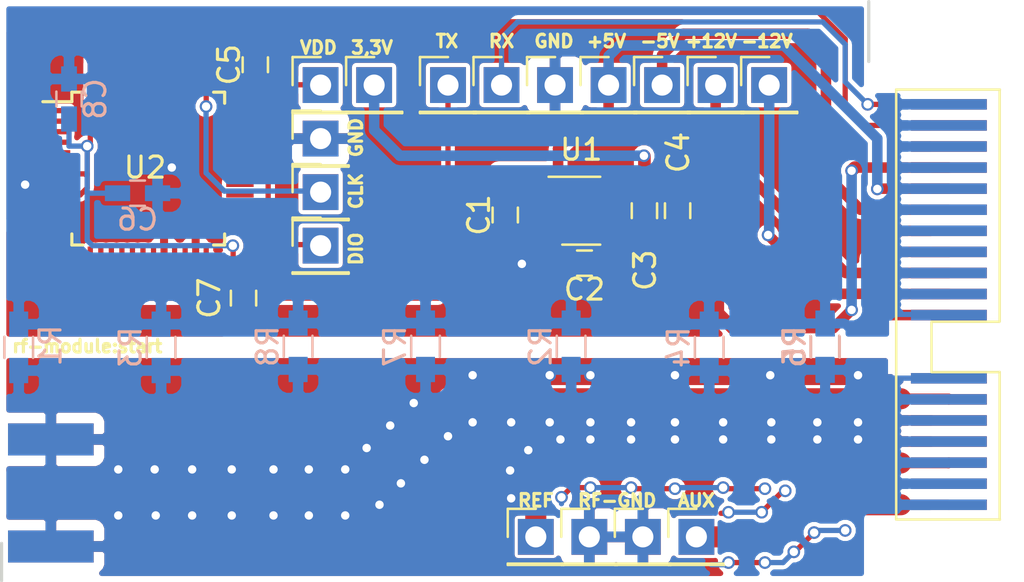
<source format=kicad_pcb>
(kicad_pcb (version 4) (host pcbnew 4.0.7)
  (layers (0 F.Cu signal) (31 B.Cu signal) (34 B.Paste user) (35 F.Paste user) (36 B.SilkS user) (37 F.SilkS user) (38 B.Mask user) (39 F.Mask user) (44 Edge.Cuts user))
  (net 0 "")
  (net 1 GND)
  (net 2 /+5V)
  (net 3 "Net-(C2-Pad1)")
  (net 4 "Net-(U2-Pad1)")
  (net 5 "Net-(U2-Pad2)")
  (net 6 "Net-(U2-Pad3)")
  (net 7 "Net-(U2-Pad4)")
  (net 8 "Net-(U2-Pad5)")
  (net 9 /-5V)
  (net 10 /+12V)
  (net 11 /-12V)
  (net 12 /RX-PC)
  (net 13 /TX-PC)
  (net 14 /REF)
  (net 15 /AUX)
  (net 16 /3,3V)
  (net 17 /RF-GND)
  (net 18 /RF-SIGNAL)
  (net 19 /VDD)
  (net 20 "Net-(J16-PadB2)")
  (net 21 "Net-(U2-Pad6)")
  (net 22 "Net-(U2-Pad10)")
  (net 23 "Net-(U2-Pad11)")
  (net 24 "Net-(U2-Pad14)")
  (net 25 "Net-(U2-Pad15)")
  (net 26 "Net-(U2-Pad16)")
  (net 27 "Net-(U2-Pad17)")
  (net 28 "Net-(U2-Pad18)")
  (net 29 "Net-(U2-Pad19)")
  (net 30 "Net-(U2-Pad21)")
  (net 31 "Net-(U2-Pad22)")
  (net 32 "Net-(U2-Pad25)")
  (net 33 "Net-(U2-Pad26)")
  (net 34 "Net-(U2-Pad27)")
  (net 35 "Net-(U2-Pad28)")
  (net 36 "Net-(U2-Pad29)")
  (net 37 "Net-(U2-Pad32)")
  (net 38 "Net-(U2-Pad33)")
  (net 39 "Net-(U2-Pad38)")
  (net 40 "Net-(U2-Pad39)")
  (net 41 "Net-(U2-Pad40)")
  (net 42 "Net-(U2-Pad41)")
  (net 43 "Net-(U2-Pad42)")
  (net 44 "Net-(U2-Pad43)")
  (net 45 "Net-(U2-Pad45)")
  (net 46 "Net-(U2-Pad46)")
  (net 47 /SWDIO)
  (net 48 /SWCLK)
  (net 49 "Net-(U2-Pad30)")
  (net 50 "Net-(U2-Pad31)")
  (module uC:LQFP-48_7x7mm_Pitch0.5mm (layer F.Cu) (at 93.3196 157.48)
    (fp_text reference U2 (at -0.1524 -0.0508) (layer F.SilkS))
    (fp_text value STM32-48PIN)
    (pad 1 smd rect (at -4.35 -2.75) (size 1.3 0.25) (layers F.Cu F.Paste F.Mask) (net 4 "Net-(U2-Pad1)"))
    (pad 2 smd rect (at -4.35 -2.25) (size 1.3 0.25) (layers F.Cu F.Paste F.Mask) (net 5 "Net-(U2-Pad2)"))
    (pad 3 smd rect (at -4.35 -1.75) (size 1.3 0.25) (layers F.Cu F.Paste F.Mask) (net 6 "Net-(U2-Pad3)"))
    (pad 4 smd rect (at -4.35 -1.25) (size 1.3 0.25) (layers F.Cu F.Paste F.Mask) (net 7 "Net-(U2-Pad4)"))
    (pad 5 smd rect (at -4.35 -0.75) (size 1.3 0.25) (layers F.Cu F.Paste F.Mask) (net 8 "Net-(U2-Pad5)"))
    (pad 6 smd rect (at -4.35 -0.25) (size 1.3 0.25) (layers F.Cu F.Paste F.Mask) (net 21 "Net-(U2-Pad6)"))
    (pad 7 smd rect (at -4.35 0.25) (size 1.3 0.25) (layers F.Cu F.Paste F.Mask) (net 19 /VDD))
    (pad 8 smd rect (at -4.35 0.75) (size 1.3 0.25) (layers F.Cu F.Paste F.Mask) (net 1 GND))
    (pad 9 smd rect (at -4.35 1.25) (size 1.3 0.25) (layers F.Cu F.Paste F.Mask) (net 19 /VDD))
    (pad 10 smd rect (at -4.35 1.75) (size 1.3 0.25) (layers F.Cu F.Paste F.Mask) (net 22 "Net-(U2-Pad10)"))
    (pad 11 smd rect (at -4.35 2.25) (size 1.3 0.25) (layers F.Cu F.Paste F.Mask) (net 23 "Net-(U2-Pad11)"))
    (pad 12 smd rect (at -4.35 2.75) (size 1.3 0.25) (layers F.Cu F.Paste F.Mask) (net 20 "Net-(J16-PadB2)"))
    (pad 13 smd rect (at -2.75 4.35 90) (size 1.3 0.25) (layers F.Cu F.Paste F.Mask) (net 13 /TX-PC))
    (pad 14 smd rect (at -2.25 4.35 90) (size 1.3 0.25) (layers F.Cu F.Paste F.Mask) (net 24 "Net-(U2-Pad14)"))
    (pad 15 smd rect (at -1.75 4.35 90) (size 1.3 0.25) (layers F.Cu F.Paste F.Mask) (net 25 "Net-(U2-Pad15)"))
    (pad 16 smd rect (at -1.25 4.35 90) (size 1.3 0.25) (layers F.Cu F.Paste F.Mask) (net 26 "Net-(U2-Pad16)"))
    (pad 17 smd rect (at -0.75 4.35 90) (size 1.3 0.25) (layers F.Cu F.Paste F.Mask) (net 27 "Net-(U2-Pad17)"))
    (pad 18 smd rect (at -0.25 4.35 90) (size 1.3 0.25) (layers F.Cu F.Paste F.Mask) (net 28 "Net-(U2-Pad18)"))
    (pad 19 smd rect (at 0.25 4.35 90) (size 1.3 0.25) (layers F.Cu F.Paste F.Mask) (net 29 "Net-(U2-Pad19)"))
    (pad 20 smd rect (at 0.75 4.35 90) (size 1.3 0.25) (layers F.Cu F.Paste F.Mask) (net 1 GND))
    (pad 21 smd rect (at 1.25 4.35 90) (size 1.3 0.25) (layers F.Cu F.Paste F.Mask) (net 30 "Net-(U2-Pad21)"))
    (pad 22 smd rect (at 1.75 4.35 90) (size 1.3 0.25) (layers F.Cu F.Paste F.Mask) (net 31 "Net-(U2-Pad22)"))
    (pad 23 smd rect (at 2.25 4.35 90) (size 1.3 0.25) (layers F.Cu F.Paste F.Mask) (net 1 GND))
    (pad 24 smd rect (at 2.75 4.35 90) (size 1.3 0.25) (layers F.Cu F.Paste F.Mask) (net 19 /VDD))
    (pad 25 smd rect (at 4.35 2.75) (size 1.3 0.25) (layers F.Cu F.Paste F.Mask) (net 32 "Net-(U2-Pad25)"))
    (pad 26 smd rect (at 4.35 2.25) (size 1.3 0.25) (layers F.Cu F.Paste F.Mask) (net 33 "Net-(U2-Pad26)"))
    (pad 27 smd rect (at 4.35 1.75) (size 1.3 0.25) (layers F.Cu F.Paste F.Mask) (net 34 "Net-(U2-Pad27)"))
    (pad 28 smd rect (at 4.35 1.25) (size 1.3 0.25) (layers F.Cu F.Paste F.Mask) (net 35 "Net-(U2-Pad28)"))
    (pad 29 smd rect (at 4.35 0.75) (size 1.3 0.25) (layers F.Cu F.Paste F.Mask) (net 36 "Net-(U2-Pad29)"))
    (pad 30 smd rect (at 4.35 0.25) (size 1.3 0.25) (layers F.Cu F.Paste F.Mask) (net 49 "Net-(U2-Pad30)"))
    (pad 31 smd rect (at 4.35 -0.25) (size 1.3 0.25) (layers F.Cu F.Paste F.Mask) (net 50 "Net-(U2-Pad31)"))
    (pad 32 smd rect (at 4.35 -0.75) (size 1.3 0.25) (layers F.Cu F.Paste F.Mask) (net 37 "Net-(U2-Pad32)"))
    (pad 33 smd rect (at 4.35 -1.25) (size 1.3 0.25) (layers F.Cu F.Paste F.Mask) (net 38 "Net-(U2-Pad33)"))
    (pad 34 smd rect (at 4.35 -1.75) (size 1.3 0.25) (layers F.Cu F.Paste F.Mask) (net 47 /SWDIO))
    (pad 35 smd rect (at 4.35 -2.25) (size 1.3 0.25) (layers F.Cu F.Paste F.Mask) (net 1 GND))
    (pad 36 smd rect (at 4.35 -2.75) (size 1.3 0.25) (layers F.Cu F.Paste F.Mask) (net 19 /VDD))
    (pad 37 smd rect (at 2.75 -4.35 90) (size 1.3 0.25) (layers F.Cu F.Paste F.Mask) (net 48 /SWCLK))
    (pad 38 smd rect (at 2.25 -4.35 90) (size 1.3 0.25) (layers F.Cu F.Paste F.Mask) (net 39 "Net-(U2-Pad38)"))
    (pad 39 smd rect (at 1.75 -4.35 90) (size 1.3 0.25) (layers F.Cu F.Paste F.Mask) (net 40 "Net-(U2-Pad39)"))
    (pad 40 smd rect (at 1.25 -4.35 90) (size 1.3 0.25) (layers F.Cu F.Paste F.Mask) (net 41 "Net-(U2-Pad40)"))
    (pad 41 smd rect (at 0.75 -4.35 90) (size 1.3 0.25) (layers F.Cu F.Paste F.Mask) (net 42 "Net-(U2-Pad41)"))
    (pad 42 smd rect (at 0.25 -4.35 90) (size 1.3 0.25) (layers F.Cu F.Paste F.Mask) (net 43 "Net-(U2-Pad42)"))
    (pad 43 smd rect (at -0.25 -4.35 90) (size 1.3 0.25) (layers F.Cu F.Paste F.Mask) (net 44 "Net-(U2-Pad43)"))
    (pad 44 smd rect (at -0.75 -4.35 90) (size 1.3 0.25) (layers F.Cu F.Paste F.Mask) (net 1 GND))
    (pad 45 smd rect (at -1.25 -4.35 90) (size 1.3 0.25) (layers F.Cu F.Paste F.Mask) (net 45 "Net-(U2-Pad45)"))
    (pad 46 smd rect (at -1.75 -4.35 90) (size 1.3 0.25) (layers F.Cu F.Paste F.Mask) (net 46 "Net-(U2-Pad46)"))
    (pad 47 smd rect (at -2.25 -4.35 90) (size 1.3 0.25) (layers F.Cu F.Paste F.Mask) (net 1 GND))
    (pad 48 smd rect (at -2.75 -4.35 90) (size 1.3 0.25) (layers F.Cu F.Paste F.Mask) (net 19 /VDD))
  )
  (module Pin_Headers:Pin_Header_Straight_1x01_Pitch2.54mm (layer F.Cu) (at 101.4984 158.5976)
    (fp_text reference J11 hide)
    (fp_text value Conn_01x01)
    (pad 1 thru_hole rect (at 0 0) (size 1.7 1.7) (drill 1) (layers *.Cu *.Mask) (net 48 /SWCLK))
  )
  (module Pin_Headers:Pin_Header_Straight_1x01_Pitch2.54mm (layer F.Cu) (at 120.2436 153.5176)
    (fp_text reference J3 hide)
    (fp_text value Conn_01x01)
    (pad 1 thru_hole rect (at 0 0) (size 1.7 1.7) (drill 1) (layers *.Cu *.Mask) (net 10 /+12V))
  )
  (module Connector_PCIx1:PCI-EXPRESS-SLOT (layer F.Cu) (at 130.81 173.99 90)
    (fp_text reference J16 hide)
    (fp_text value PCIx136p)
    (pad B1 connect rect (at 19.558 0.5 90) (size 0.5 3.6) (layers F.Cu F.Mask) (net 12 /RX-PC))
    (pad B2 connect rect (at 18.558 0.5 90) (size 0.5 3.6) (layers F.Cu F.Mask) (net 20 "Net-(J16-PadB2)"))
    (pad B3 connect rect (at 17.558 0.5 90) (size 0.5 3.6) (layers F.Cu F.Mask) (net 1 GND))
    (pad B4 connect rect (at 16.558 0.5 90) (size 0.5 3.6) (layers F.Cu F.Mask) (net 16 /3,3V))
    (pad B5 connect rect (at 15.558 0.5 90) (size 0.5 3.6) (layers F.Cu F.Mask) (net 2 /+5V))
    (pad B6 connect rect (at 14.558 0.5 90) (size 0.5 3.6) (layers F.Cu F.Mask) (net 9 /-5V))
    (pad B7 connect rect (at 13.558 0.5 90) (size 0.5 3.6) (layers F.Cu F.Mask) (net 1 GND))
    (pad B8 connect rect (at 12.558 0.5 90) (size 0.5 3.6) (layers F.Cu F.Mask) (net 10 /+12V))
    (pad B9 connect rect (at 11.558 0.5 90) (size 0.5 3.6) (layers F.Cu F.Mask) (net 10 /+12V))
    (pad B10 connect rect (at 10.558 0.5 90) (size 0.5 3.6) (layers F.Cu F.Mask) (net 11 /-12V))
    (pad B11 connect rect (at 9.558 0.5 90) (size 0.5 3.6) (layers F.Cu F.Mask) (net 11 /-12V))
    (pad B14 connect rect (at 4.558 0.5 90) (size 0.5 3.6) (layers F.Cu F.Mask) (net 17 /RF-GND))
    (pad B15 connect rect (at 3.558 0.5 90) (size 0.5 3.6) (layers F.Cu F.Mask) (net 17 /RF-GND))
    (pad B16 connect rect (at 2.558 0.5 90) (size 0.5 3.6) (layers F.Cu F.Mask) (net 14 /REF))
    (pad B17 connect rect (at 1.558 0.5 90) (size 0.5 3.6) (layers F.Cu F.Mask) (net 17 /RF-GND))
    (pad B18 connect rect (at 0.558 0.5 90) (size 0.5 3.6) (layers F.Cu F.Mask) (net 15 /AUX))
    (pad B12 connect rect (at 6.558 0.5 90) (size 0.5 3.6) (layers F.Cu F.Mask) (net 17 /RF-GND))
    (pad B13 connect rect (at 5.558 0.5 90) (size 0.5 3.6) (layers F.Cu F.Mask) (net 18 /RF-SIGNAL))
    (pad A1 connect rect (at 19.558 0.5 90) (size 0.5 3.6) (layers B.Cu B.Mask) (net 1 GND))
    (pad A2 connect rect (at 18.558 0.5 90) (size 0.5 3.6) (layers B.Cu B.Mask) (net 1 GND))
    (pad A3 connect rect (at 17.558 0.5 90) (size 0.5 3.6) (layers B.Cu B.Mask) (net 1 GND))
    (pad A4 connect rect (at 16.558 0.5 90) (size 0.5 3.6) (layers B.Cu B.Mask) (net 1 GND))
    (pad A5 connect rect (at 15.558 0.5 90) (size 0.5 3.6) (layers B.Cu B.Mask) (net 1 GND))
    (pad A6 connect rect (at 14.558 0.5 90) (size 0.5 3.6) (layers B.Cu B.Mask) (net 1 GND))
    (pad A7 connect rect (at 13.558 0.5 90) (size 0.5 3.6) (layers B.Cu B.Mask) (net 1 GND))
    (pad A8 connect rect (at 12.558 0.5 90) (size 0.5 3.6) (layers B.Cu B.Mask) (net 1 GND))
    (pad A9 connect rect (at 11.558 0.5 90) (size 0.5 3.6) (layers B.Cu B.Mask) (net 1 GND))
    (pad A10 connect rect (at 10.558 0.5 90) (size 0.5 3.6) (layers B.Cu B.Mask) (net 1 GND))
    (pad A11 connect rect (at 9.558 0.5 90) (size 0.5 3.6) (layers B.Cu B.Mask) (net 1 GND))
    (pad A14 connect rect (at 4.558 0.5 90) (size 0.5 3.6) (layers B.Cu B.Mask) (net 17 /RF-GND))
    (pad A15 connect rect (at 3.558 0.5 90) (size 0.5 3.6) (layers B.Cu B.Mask) (net 17 /RF-GND))
    (pad A16 connect rect (at 2.558 0.5 90) (size 0.5 3.6) (layers B.Cu B.Mask) (net 17 /RF-GND))
    (pad A17 connect rect (at 1.558 0.5 90) (size 0.5 3.6) (layers B.Cu B.Mask) (net 17 /RF-GND))
    (pad A18 connect rect (at 0.558 0.5 90) (size 0.5 3.6) (layers B.Cu B.Mask) (net 17 /RF-GND))
    (pad A12 connect rect (at 6.558 0.5 90) (size 0.5 3.6) (layers B.Cu B.Mask) (net 17 /RF-GND))
    (pad A13 connect rect (at 5.558 0.5 90) (size 0.5 3.6) (layers B.Cu B.Mask) (net 17 /RF-GND))
  )
  (module Pin_Headers:Pin_Header_Straight_1x01_Pitch2.54mm (layer F.Cu) (at 112.6236 153.5176)
    (fp_text reference J5 hide)
    (fp_text value Conn_01x01)
    (pad 1 thru_hole rect (at 0 0) (size 1.7 1.7) (drill 1) (layers *.Cu *.Mask) (net 1 GND))
  )
  (module Capacitors_SMD:C_0603_HandSoldering (layer F.Cu) (at 110.2596 159.682 90)
    (fp_text reference C1 (at 0 -1.25 90) (layer F.SilkS))
    (fp_text value 100n)
    (pad 1 smd rect (at -0.95 0 90) (size 1.2 0.75) (layers F.Cu F.Paste F.Mask) (net 2 /+5V))
    (pad 2 smd rect (at 0.95 0 90) (size 1.2 0.75) (layers F.Cu F.Paste F.Mask) (net 1 GND))
  )
  (module Capacitors_SMD:C_0603_HandSoldering (layer F.Cu) (at 114.0188 161.968 180)
    (fp_text reference C2 (at 0 -1.25 180) (layer F.SilkS))
    (fp_text value opt)
    (pad 1 smd rect (at -0.95 0 180) (size 1.2 0.75) (layers F.Cu F.Paste F.Mask) (net 3 "Net-(C2-Pad1)"))
    (pad 2 smd rect (at 0.95 0 180) (size 1.2 0.75) (layers F.Cu F.Paste F.Mask) (net 1 GND))
  )
  (module Capacitors_SMD:C_0603_HandSoldering (layer F.Cu) (at 116.8636 159.4788 270)
    (fp_text reference C3 (at 2.8272 -0.0272 270) (layer F.SilkS))
    (fp_text value 1u)
    (pad 1 smd rect (at -0.95 0 270) (size 1.2 0.75) (layers F.Cu F.Paste F.Mask) (net 16 /3,3V))
    (pad 2 smd rect (at 0.95 0 270) (size 1.2 0.75) (layers F.Cu F.Paste F.Mask) (net 1 GND))
  )
  (module Capacitors_SMD:C_0603_HandSoldering (layer F.Cu) (at 118.4384 159.4788 270)
    (fp_text reference C4 (at -2.7608 -0.0272 270) (layer F.SilkS))
    (fp_text value opt)
    (pad 1 smd rect (at -0.95 0 270) (size 1.2 0.75) (layers F.Cu F.Paste F.Mask) (net 16 /3,3V))
    (pad 2 smd rect (at 0.95 0 270) (size 1.2 0.75) (layers F.Cu F.Paste F.Mask) (net 1 GND))
  )
  (module TO_SOT_Packages_SMD:SOT-23-5 (layer F.Cu) (at 113.8664 159.4788)
    (fp_text reference U1 (at 0 -2.9) (layer F.SilkS))
    (fp_text value AP131-20)
    (pad 1 smd rect (at -1.1 -0.95) (size 1.06 0.65) (layers F.Cu F.Paste F.Mask) (net 2 /+5V))
    (pad 2 smd rect (at -1.1 0) (size 1.06 0.65) (layers F.Cu F.Paste F.Mask) (net 1 GND))
    (pad 3 smd rect (at -1.1 0.95) (size 1.06 0.65) (layers F.Cu F.Paste F.Mask) (net 2 /+5V))
    (pad 4 smd rect (at 1.1 0.95) (size 1.06 0.65) (layers F.Cu F.Paste F.Mask) (net 3 "Net-(C2-Pad1)"))
    (pad 5 smd rect (at 1.1 -0.95) (size 1.06 0.65) (layers F.Cu F.Paste F.Mask) (net 16 /3,3V))
  )
  (module Pin_Headers:Pin_Header_Straight_1x01_Pitch2.54mm (layer F.Cu) (at 111.7092 174.9552)
    (fp_text reference J8 hide)
    (fp_text value Conn_01x01)
    (pad 1 thru_hole rect (at 0 0) (size 1.7 1.7) (drill 1) (layers *.Cu *.Mask) (net 14 /REF))
  )
  (module Pin_Headers:Pin_Header_Straight_1x01_Pitch2.54mm (layer F.Cu) (at 119.3292 174.9552)
    (fp_text reference J9 hide)
    (fp_text value Conn_01x01)
    (pad 1 thru_hole rect (at 0 0) (size 1.7 1.7) (drill 1) (layers *.Cu *.Mask) (net 15 /AUX))
  )
  (module Pin_Headers:Pin_Header_Straight_1x01_Pitch2.54mm (layer F.Cu) (at 115.1636 153.5176)
    (fp_text reference J1 hide)
    (fp_text value Conn_01x01)
    (pad 1 thru_hole rect (at 0 0) (size 1.7 1.7) (drill 1) (layers *.Cu *.Mask) (net 2 /+5V))
  )
  (module Pin_Headers:Pin_Header_Straight_1x01_Pitch2.54mm (layer F.Cu) (at 117.7036 153.5176)
    (fp_text reference J2 hide)
    (fp_text value Conn_01x01)
    (pad 1 thru_hole rect (at 0 0) (size 1.7 1.7) (drill 1) (layers *.Cu *.Mask) (net 9 /-5V))
  )
  (module Pin_Headers:Pin_Header_Straight_1x01_Pitch2.54mm (layer F.Cu) (at 122.7836 153.5176)
    (fp_text reference J4 hide)
    (fp_text value Conn_01x01)
    (pad 1 thru_hole rect (at 0 0) (size 1.7 1.7) (drill 1) (layers *.Cu *.Mask) (net 11 /-12V))
  )
  (module Pin_Headers:Pin_Header_Straight_1x01_Pitch2.54mm (layer F.Cu) (at 110.0836 153.5176)
    (fp_text reference J6 hide)
    (fp_text value Conn_01x01)
    (pad 1 thru_hole rect (at 0 0) (size 1.7 1.7) (drill 1) (layers *.Cu *.Mask) (net 12 /RX-PC))
  )
  (module Pin_Headers:Pin_Header_Straight_1x01_Pitch2.54mm (layer F.Cu) (at 107.5436 153.5176)
    (fp_text reference J7 hide)
    (fp_text value Conn_01x01)
    (pad 1 thru_hole rect (at 0 0) (size 1.7 1.7) (drill 1) (layers *.Cu *.Mask) (net 13 /TX-PC))
  )
  (module Pin_Headers:Pin_Header_Straight_1x01_Pitch2.54mm (layer F.Cu) (at 101.4984 161.1376)
    (fp_text reference J10 hide)
    (fp_text value Conn_01x01)
    (pad 1 thru_hole rect (at 0 0) (size 1.7 1.7) (drill 1) (layers *.Cu *.Mask) (net 47 /SWDIO))
  )
  (module Pin_Headers:Pin_Header_Straight_1x01_Pitch2.54mm (layer F.Cu) (at 101.4984 153.5176)
    (fp_text reference J12 hide)
    (fp_text value Conn_01x01)
    (pad 1 thru_hole rect (at 0 0) (size 1.7 1.7) (drill 1) (layers *.Cu *.Mask) (net 19 /VDD))
  )
  (module Pin_Headers:Pin_Header_Straight_1x01_Pitch2.54mm (layer F.Cu) (at 101.4984 156.0576)
    (fp_text reference J13 hide)
    (fp_text value Conn_01x01)
    (pad 1 thru_hole rect (at 0 0) (size 1.7 1.7) (drill 1) (layers *.Cu *.Mask) (net 1 GND))
  )
  (module Pin_Headers:Pin_Header_Straight_1x01_Pitch2.54mm (layer F.Cu) (at 104.0384 153.5176)
    (fp_text reference J15 hide)
    (fp_text value Conn_01x01)
    (pad 1 thru_hole rect (at 0 0) (size 1.7 1.7) (drill 1) (layers *.Cu *.Mask) (net 16 /3,3V))
  )
  (module Resistors_SMD:R_0603_HandSoldering (layer B.Cu) (at 87.1728 165.9636 270)
    (fp_text reference R1 (at -0.088 -1.5048 270) (layer B.SilkS) (effects (justify mirror)))
    (fp_text value 0R)
    (pad 1 smd rect (at -1.1 0 270) (size 1.2 0.9) (layers B.Cu B.Paste B.Mask) (net 1 GND))
    (pad 2 smd rect (at 1.1 0 270) (size 1.2 0.9) (layers B.Cu B.Paste B.Mask) (net 17 /RF-GND))
  )
  (module Resistors_SMD:R_0603_HandSoldering (layer B.Cu) (at 113.3856 165.9128 270)
    (fp_text reference R2 (at 0 1.45 270) (layer B.SilkS) (effects (justify mirror)))
    (fp_text value 0R)
    (pad 1 smd rect (at -1.1 0 270) (size 1.2 0.9) (layers B.Cu B.Paste B.Mask) (net 1 GND))
    (pad 2 smd rect (at 1.1 0 270) (size 1.2 0.9) (layers B.Cu B.Paste B.Mask) (net 17 /RF-GND))
  )
  (module Resistors_SMD:R_0603_HandSoldering (layer B.Cu) (at 93.9292 165.9636 270)
    (fp_text reference R3 (at 0 1.45 270) (layer B.SilkS) (effects (justify mirror)))
    (fp_text value 0R)
    (pad 1 smd rect (at -1.1 0 270) (size 1.2 0.9) (layers B.Cu B.Paste B.Mask) (net 1 GND))
    (pad 2 smd rect (at 1.1 0 270) (size 1.2 0.9) (layers B.Cu B.Paste B.Mask) (net 17 /RF-GND))
  )
  (module Resistors_SMD:R_0603_HandSoldering (layer B.Cu) (at 119.9388 165.9636 270)
    (fp_text reference R4 (at 0 1.45 270) (layer B.SilkS) (effects (justify mirror)))
    (fp_text value 0R)
    (pad 1 smd rect (at -1.1 0 270) (size 1.2 0.9) (layers B.Cu B.Paste B.Mask) (net 1 GND))
    (pad 2 smd rect (at 1.1 0 270) (size 1.2 0.9) (layers B.Cu B.Paste B.Mask) (net 17 /RF-GND))
  )
  (module Resistors_SMD:R_0603_HandSoldering (layer B.Cu) (at 125.4252 165.9128 270)
    (fp_text reference R5 (at 0 1.45 270) (layer B.SilkS) (effects (justify mirror)))
    (fp_text value 0R)
    (pad 1 smd rect (at -1.1 0 270) (size 1.2 0.9) (layers B.Cu B.Paste B.Mask) (net 1 GND))
    (pad 2 smd rect (at 1.1 0 270) (size 1.2 0.9) (layers B.Cu B.Paste B.Mask) (net 17 /RF-GND))
  )
  (module Resistors_SMD:R_0603_HandSoldering (layer B.Cu) (at 125.45 165.95 270)
    (fp_text reference R6 (at 0 1.45 270) (layer B.SilkS) (effects (justify mirror)))
    (fp_text value 0R)
    (pad 1 smd rect (at -1.1 0 270) (size 1.2 0.9) (layers B.Cu B.Paste B.Mask) (net 1 GND))
    (pad 2 smd rect (at 1.1 0 270) (size 1.2 0.9) (layers B.Cu B.Paste B.Mask) (net 17 /RF-GND))
  )
  (module Resistors_SMD:R_0603_HandSoldering (layer B.Cu) (at 106.4768 165.9128 270)
    (fp_text reference R7 (at 0 1.45 270) (layer B.SilkS) (effects (justify mirror)))
    (fp_text value 0R)
    (pad 1 smd rect (at -1.1 0 270) (size 1.2 0.9) (layers B.Cu B.Paste B.Mask) (net 1 GND))
    (pad 2 smd rect (at 1.1 0 270) (size 1.2 0.9) (layers B.Cu B.Paste B.Mask) (net 17 /RF-GND))
  )
  (module Resistors_SMD:R_0603_HandSoldering (layer B.Cu) (at 100.4316 165.9128 270)
    (fp_text reference R8 (at 0 1.45 270) (layer B.SilkS) (effects (justify mirror)))
    (fp_text value 0R)
    (pad 1 smd rect (at -1.1 0 270) (size 1.2 0.9) (layers B.Cu B.Paste B.Mask) (net 1 GND))
    (pad 2 smd rect (at 1.1 0 270) (size 1.2 0.9) (layers B.Cu B.Paste B.Mask) (net 17 /RF-GND))
  )
  (module Pin_Headers:Pin_Header_Straight_1x01_Pitch2.54mm (layer F.Cu) (at 114.2492 174.9552)
    (fp_text reference J17 hide)
    (fp_text value Conn_01x01)
    (pad 1 thru_hole rect (at 0 0) (size 1.7 1.7) (drill 1) (layers *.Cu *.Mask) (net 17 /RF-GND))
  )
  (module Pin_Headers:Pin_Header_Straight_1x01_Pitch2.54mm (layer F.Cu) (at 116.7892 174.9552)
    (fp_text reference J18 hide)
    (fp_text value Conn_01x01)
    (pad 1 thru_hole rect (at 0 0) (size 1.7 1.7) (drill 1) (layers *.Cu *.Mask) (net 17 /RF-GND))
  )
  (module Capacitors_SMD:C_0603_HandSoldering (layer F.Cu) (at 98.3996 152.5524 90)
    (fp_text reference C5 (at 0 -1.25 90) (layer F.SilkS))
    (fp_text value 100n)
    (pad 1 smd rect (at -0.95 0 90) (size 1.2 0.75) (layers F.Cu F.Paste F.Mask) (net 19 /VDD))
    (pad 2 smd rect (at 0.95 0 90) (size 1.2 0.75) (layers F.Cu F.Paste F.Mask) (net 1 GND))
  )
  (module Capacitors_SMD:C_0603_HandSoldering (layer B.Cu) (at 92.8116 158.6484)
    (fp_text reference C6 (at 0 1.25) (layer B.SilkS) (effects (justify mirror)))
    (fp_text value 100n)
    (pad 1 smd rect (at -0.95 0) (size 1.2 0.75) (layers B.Cu B.Paste B.Mask) (net 19 /VDD))
    (pad 2 smd rect (at 0.95 0) (size 1.2 0.75) (layers B.Cu B.Paste B.Mask) (net 1 GND))
  )
  (module Capacitors_SMD:C_0603_HandSoldering (layer F.Cu) (at 97.8408 163.6268 270)
    (fp_text reference C7 (at 0 1.6256 270) (layer F.SilkS))
    (fp_text value 100n)
    (pad 1 smd rect (at -0.95 0 270) (size 1.2 0.75) (layers F.Cu F.Paste F.Mask) (net 19 /VDD))
    (pad 2 smd rect (at 0.95 0 270) (size 1.2 0.75) (layers F.Cu F.Paste F.Mask) (net 1 GND))
  )
  (module Capacitors_SMD:C_0603_HandSoldering (layer B.Cu) (at 89.5604 154.178 90)
    (fp_text reference C8 (at 0 1.25 90) (layer B.SilkS) (effects (justify mirror)))
    (fp_text value 100n)
    (pad 1 smd rect (at -0.95 0 90) (size 1.2 0.75) (layers B.Cu B.Paste B.Mask) (net 19 /VDD))
    (pad 2 smd rect (at 0.95 0 90) (size 1.2 0.75) (layers B.Cu B.Paste B.Mask) (net 1 GND))
  )
  (module Connector_PCIx1:CONSMAEDGE_ohne_Druck (layer F.Cu) (at 88.6968 172.8724 270)
    (fp_text reference J14 hide)
    (fp_text value Conn_Coaxial hide)
    (pad 1 smd rect (at 0 0 270) (size 1.524 4.064) (layers F.Cu F.Paste F.Mask) (net 18 /RF-SIGNAL))
    (pad 2 smd rect (at -2.54 0 270) (size 1.524 4.064) (layers F.Cu F.Paste F.Mask) (net 17 /RF-GND))
    (pad 2 smd rect (at 2.54 0 270) (size 1.524 4.064) (layers F.Cu F.Paste F.Mask) (net 17 /RF-GND))
    (pad 2 smd rect (at -2.54 0 270) (size 1.524 4.064) (layers B.Cu B.Paste B.Mask) (net 17 /RF-GND))
    (pad 2 smd rect (at 2.54 0 270) (size 1.524 4.064) (layers B.Cu B.Paste B.Mask) (net 17 /RF-GND))
  )
  (gr_text rf-module:start (at 90.424 165.9128) (layer F.SilkS) (effects (font (size 0.6 0.6))))
  (gr_line (start 127.508 177.038) (end 127.508 174.0916) (angle 90) (layer Edge.Cuts) (width 0.001))
  (gr_line (start 86.36 177.038) (end 127.508 177.038) (angle 90) (layer Edge.Cuts) (width 0.001))
  (gr_line (start 86.36 175.26) (end 86.36 177.038) (angle 90) (layer Edge.Cuts) (width 0.15))
  (gr_line (start 127.508 152.4) (end 127.508 149.5552) (angle 90) (layer Edge.Cuts) (width 0.15))
  (gr_line (start 86.36 149.5552) (end 86.36 152.4) (angle 90) (layer Edge.Cuts) (width 0.001))
  (gr_text DIO (at 103.1748 161.29 90) (layer F.SilkS) (effects (font (size 0.6 0.6))))
  (gr_text CLK (at 103.1748 158.5468 90) (layer F.SilkS) (effects (font (size 0.6 0.6))))
  (gr_text GND (at 103.1748 156.0068 90) (layer F.SilkS) (effects (font (size 0.6 0.6))))
  (gr_text VDD (at 101.3968 151.7396) (layer F.SilkS) (effects (font (size 0.6 0.6))))
  (gr_text 3,3V (at 103.9368 151.7396) (layer F.SilkS) (effects (font (size 0.6 0.6))))
  (gr_text AUX (at 119.3292 173.228) (layer F.SilkS) (effects (font (size 0.6 0.6))))
  (gr_text RF-GND (at 115.57 173.228) (layer F.SilkS) (effects (font (size 0.6 0.6))))
  (gr_text REF (at 111.7092 173.228) (layer F.SilkS) (effects (font (size 0.6 0.6))))
  (gr_text -12V (at 122.682 151.4348) (layer F.SilkS) (effects (font (size 0.6 0.6))))
  (gr_text +12V (at 120.0404 151.4348) (layer F.SilkS) (effects (font (size 0.6 0.6))))
  (gr_text -5V (at 117.602 151.4348) (layer F.SilkS) (effects (font (size 0.6 0.6))))
  (gr_text +5V (at 115.062 151.4348) (layer F.SilkS) (effects (font (size 0.6 0.6))))
  (gr_text GND (at 112.5728 151.4348) (layer F.SilkS) (effects (font (size 0.6 0.6))))
  (gr_text RX (at 110.0836 151.4348) (layer F.SilkS) (effects (font (size 0.6 0.6))))
  (gr_text TX (at 107.4928 151.4348) (layer F.SilkS) (effects (font (size 0.6 0.6))))
  (gr_line (start 127.508 153.67) (end 127.508 152.4) (angle 90) (layer Edge.Cuts) (width 0.001))
  (gr_line (start 133.7564 153.67) (end 127.508 153.67) (angle 90) (layer Edge.Cuts) (width 0.001))
  (gr_line (start 133.7564 164.7444) (end 128.8288 164.7444) (angle 90) (layer Edge.Cuts) (width 0.001))
  (gr_line (start 133.7564 174.0916) (end 127.508 174.0916) (angle 90) (layer Edge.Cuts) (width 0.001))
  (gr_line (start 133.7564 167.132) (end 133.7564 174.0916) (angle 90) (layer Edge.Cuts) (width 0.001))
  (gr_line (start 128.8288 167.132) (end 133.7564 167.132) (angle 90) (layer Edge.Cuts) (width 0.001))
  (gr_line (start 128.8288 164.7444) (end 128.8288 167.132) (angle 90) (layer Edge.Cuts) (width 0.001))
  (gr_line (start 133.7564 153.67) (end 133.7564 164.7444) (angle 90) (layer Edge.Cuts) (width 0.001))
  (gr_line (start 86.36 175.26) (end 86.36 152.4) (angle 90) (layer Edge.Cuts) (width 0.001))
  (gr_line (start 86.36 149.5552) (end 127.508 149.5552) (angle 90) (layer Edge.Cuts) (width 0.001))
  (segment (start 112.9284 173.3804) (end 112.9284 173.0756) (width 0.25) (layer B.Cu) (net 0))
  (via (at 122.5804 172.6692) (size 0.6) (drill 0.4) (layers F.Cu B.Cu) (net 0))
  (segment (start 120.65 172.6692) (end 122.5804 172.6692) (width 0.25) (layer F.Cu) (net 0))
  (segment (start 120.5992 172.6184) (end 120.65 172.6692) (width 0.25) (layer F.Cu) (net 0))
  (via (at 120.5992 172.6184) (size 0.6) (drill 0.4) (layers F.Cu B.Cu) (net 0))
  (segment (start 118.364 172.6184) (end 120.5992 172.6184) (width 0.25) (layer B.Cu) (net 0))
  (segment (start 118.3132 172.6692) (end 118.364 172.6184) (width 0.25) (layer B.Cu) (net 0))
  (via (at 118.3132 172.6692) (size 0.6) (drill 0.4) (layers F.Cu B.Cu) (net 0))
  (segment (start 116.2812 172.6692) (end 118.3132 172.6692) (width 0.25) (layer F.Cu) (net 0))
  (segment (start 116.2304 172.6184) (end 116.2812 172.6692) (width 0.25) (layer F.Cu) (net 0))
  (via (at 116.2304 172.6184) (size 0.6) (drill 0.4) (layers F.Cu B.Cu) (net 0))
  (segment (start 114.3 172.6184) (end 116.2304 172.6184) (width 0.25) (layer B.Cu) (net 0))
  (via (at 114.3 172.6184) (size 0.6) (drill 0.4) (layers F.Cu B.Cu) (net 0))
  (segment (start 113.3856 172.6184) (end 114.3 172.6184) (width 0.25) (layer F.Cu) (net 0))
  (segment (start 112.9284 173.0756) (end 113.3856 172.6184) (width 0.25) (layer F.Cu) (net 0))
  (via (at 112.9284 173.0756) (size 0.6) (drill 0.4) (layers F.Cu B.Cu) (net 0))
  (segment (start 120.4976 173.8376) (end 120.8024 173.8376) (width 0.25) (layer F.Cu) (net 0))
  (segment (start 123.5456 172.7708) (end 123.5456 172.72) (width 0.25) (layer B.Cu) (net 0))
  (via (at 123.5456 172.7708) (size 0.6) (drill 0.4) (layers F.Cu B.Cu) (net 0))
  (segment (start 123.444 172.7708) (end 123.5456 172.7708) (width 0.25) (layer F.Cu) (net 0))
  (segment (start 122.428 173.7868) (end 123.444 172.7708) (width 0.25) (layer F.Cu) (net 0))
  (via (at 122.428 173.7868) (size 0.6) (drill 0.4) (layers F.Cu B.Cu) (net 0))
  (segment (start 120.8532 173.7868) (end 122.428 173.7868) (width 0.25) (layer B.Cu) (net 0))
  (via (at 120.8532 173.7868) (size 0.6) (drill 0.4) (layers F.Cu B.Cu) (net 0))
  (segment (start 120.8024 173.8376) (end 120.8532 173.7868) (width 0.25) (layer F.Cu) (net 0))
  (segment (start 120.0404 176.276) (end 120.7516 176.276) (width 0.25) (layer B.Cu) (net 0))
  (via (at 126.3904 174.6504) (size 0.6) (drill 0.4) (layers F.Cu B.Cu) (net 0))
  (segment (start 125.0188 174.6504) (end 126.3904 174.6504) (width 0.25) (layer B.Cu) (net 0))
  (segment (start 124.9172 174.752) (end 125.0188 174.6504) (width 0.25) (layer B.Cu) (net 0))
  (via (at 124.9172 174.752) (size 0.6) (drill 0.4) (layers F.Cu B.Cu) (net 0))
  (segment (start 124.0028 175.6664) (end 124.9172 174.752) (width 0.25) (layer F.Cu) (net 0))
  (segment (start 123.952 175.6664) (end 124.0028 175.6664) (width 0.25) (layer F.Cu) (net 0))
  (via (at 123.952 175.6664) (size 0.6) (drill 0.4) (layers F.Cu B.Cu) (net 0))
  (segment (start 123.444 176.1744) (end 123.952 175.6664) (width 0.25) (layer B.Cu) (net 0))
  (segment (start 122.5804 176.1744) (end 123.444 176.1744) (width 0.25) (layer B.Cu) (net 0))
  (via (at 122.5804 176.1744) (size 0.6) (drill 0.4) (layers F.Cu B.Cu) (net 0))
  (segment (start 120.8532 176.1744) (end 122.5804 176.1744) (width 0.25) (layer F.Cu) (net 0))
  (via (at 120.8532 176.1744) (size 0.6) (drill 0.4) (layers F.Cu B.Cu) (net 0))
  (segment (start 120.7516 176.276) (end 120.8532 176.1744) (width 0.25) (layer B.Cu) (net 0))
  (segment (start 119.9388 164.8636) (end 125.3744 164.8636) (width 0.25) (layer B.Cu) (net 1))
  (segment (start 125.3744 164.8636) (end 125.4252 164.8128) (width 0.25) (layer B.Cu) (net 1))
  (segment (start 119.9388 164.8636) (end 113.4364 164.8636) (width 0.25) (layer B.Cu) (net 1))
  (segment (start 113.4364 164.8636) (end 113.3856 164.8128) (width 0.25) (layer B.Cu) (net 1))
  (segment (start 113.3856 164.8128) (end 111.8792 164.8128) (width 0.25) (layer B.Cu) (net 1))
  (via (at 111.0488 162.0012) (size 0.6) (drill 0.4) (layers F.Cu B.Cu) (net 1))
  (segment (start 111.0488 162.0012) (end 111.082 161.968) (width 0.25) (layer F.Cu) (net 1))
  (segment (start 111.082 161.968) (end 113.0688 161.968) (width 0.25) (layer F.Cu) (net 1))
  (segment (start 111.0488 163.9824) (end 111.0488 162.0012) (width 0.25) (layer B.Cu) (net 1))
  (segment (start 111.8792 164.8128) (end 111.0488 163.9824) (width 0.25) (layer B.Cu) (net 1))
  (segment (start 87.1728 164.8636) (end 93.9292 164.8636) (width 0.25) (layer B.Cu) (net 1))
  (segment (start 101.4984 156.0576) (end 105.1052 156.0576) (width 0.25) (layer F.Cu) (net 1))
  (segment (start 105.664 155.4988) (end 105.664 151.6024) (width 0.25) (layer F.Cu) (net 1))
  (segment (start 105.1052 156.0576) (end 105.664 155.4988) (width 0.25) (layer F.Cu) (net 1))
  (segment (start 97.6696 155.23) (end 98.9436 155.23) (width 0.25) (layer F.Cu) (net 1))
  (segment (start 99.7712 156.0576) (end 101.4984 156.0576) (width 0.25) (layer F.Cu) (net 1))
  (segment (start 98.9436 155.23) (end 99.7712 156.0576) (width 0.25) (layer F.Cu) (net 1))
  (segment (start 87.1728 164.8636) (end 87.1728 158.5468) (width 0.25) (layer B.Cu) (net 1))
  (segment (start 87.4896 158.23) (end 88.9696 158.23) (width 0.25) (layer F.Cu) (net 1))
  (segment (start 87.4776 158.242) (end 87.4896 158.23) (width 0.25) (layer F.Cu) (net 1))
  (via (at 87.4776 158.242) (size 0.6) (drill 0.4) (layers F.Cu B.Cu) (net 1))
  (segment (start 87.1728 158.5468) (end 87.4776 158.242) (width 0.25) (layer B.Cu) (net 1))
  (segment (start 98.3996 151.6024) (end 105.664 151.6024) (width 0.25) (layer F.Cu) (net 1))
  (segment (start 105.664 151.6024) (end 112.5372 151.6024) (width 0.25) (layer F.Cu) (net 1))
  (segment (start 112.6236 152.0952) (end 112.6236 153.5176) (width 0.25) (layer F.Cu) (net 1))
  (segment (start 112.1816 151.6532) (end 112.6236 152.0952) (width 0.25) (layer F.Cu) (net 1))
  (segment (start 91.0696 154.7368) (end 92.1512 154.7368) (width 0.25) (layer F.Cu) (net 1))
  (segment (start 92.5696 154.3184) (end 92.5696 153.13) (width 0.25) (layer F.Cu) (net 1))
  (segment (start 92.1512 154.7368) (end 92.5696 154.3184) (width 0.25) (layer F.Cu) (net 1))
  (segment (start 89.5604 153.228) (end 90.5104 153.228) (width 0.25) (layer B.Cu) (net 1))
  (segment (start 90.5104 153.228) (end 90.5256 153.2128) (width 0.25) (layer B.Cu) (net 1))
  (segment (start 93.7616 158.6484) (end 93.7616 157.4292) (width 0.25) (layer B.Cu) (net 1))
  (segment (start 93.7768 157.48) (end 93.7768 157.4292) (width 0.25) (layer B.Cu) (net 1))
  (segment (start 93.7768 157.4444) (end 93.7768 157.48) (width 0.25) (layer B.Cu) (net 1))
  (segment (start 93.7616 157.4292) (end 93.7768 157.4444) (width 0.25) (layer B.Cu) (net 1))
  (segment (start 94.0696 161.83) (end 94.0696 160.1216) (width 0.25) (layer F.Cu) (net 1))
  (segment (start 94.0696 160.1216) (end 94.0816 160.1216) (width 0.25) (layer F.Cu) (net 1))
  (segment (start 90.5256 153.2128) (end 90.5256 155.1432) (width 0.25) (layer B.Cu) (net 1))
  (segment (start 92.8116 157.4292) (end 93.7768 157.4292) (width 0.25) (layer B.Cu) (net 1))
  (segment (start 93.7768 157.4292) (end 94.4372 157.4292) (width 0.25) (layer B.Cu) (net 1))
  (segment (start 90.5256 155.1432) (end 92.8116 157.4292) (width 0.25) (layer B.Cu) (net 1))
  (segment (start 95.5548 157.4292) (end 94.4372 157.4292) (width 0.25) (layer F.Cu) (net 1))
  (via (at 94.4372 157.4292) (size 0.6) (drill 0.4) (layers F.Cu B.Cu) (net 1))
  (segment (start 128.625 160.425) (end 128.625 161.425) (width 0.25) (layer B.Cu) (net 1))
  (segment (start 125.4252 164.8128) (end 125.4428 164.7952) (width 0.25) (layer B.Cu) (net 1))
  (segment (start 125.45 164.85) (end 127.3516 164.85) (width 0.25) (layer B.Cu) (net 1))
  (segment (start 127.3516 164.85) (end 127.8016 164.4) (width 0.25) (layer B.Cu) (net 1))
  (segment (start 127.8016 164.4) (end 128.625 164.4) (width 0.25) (layer B.Cu) (net 1))
  (segment (start 119.9212 164.846) (end 119.9388 164.8636) (width 0.25) (layer B.Cu) (net 1))
  (segment (start 93.9292 164.8636) (end 93.944 164.8488) (width 0.25) (layer B.Cu) (net 1))
  (segment (start 128.625 163.425) (end 128.625 164.4) (width 0.25) (layer B.Cu) (net 1))
  (segment (start 128.625 164.4) (end 131.278 164.4) (width 0.25) (layer B.Cu) (net 1))
  (segment (start 128.625 163.425) (end 128.625 162.425) (width 0.25) (layer B.Cu) (net 1))
  (segment (start 128.625 162.425) (end 128.625 161.425) (width 0.25) (layer B.Cu) (net 1))
  (segment (start 128.625 160.425) (end 128.625 159.425) (width 0.25) (layer B.Cu) (net 1))
  (segment (start 128.625 159.425) (end 128.625 158.425) (width 0.25) (layer B.Cu) (net 1))
  (segment (start 128.625 158.425) (end 128.625 157.425) (width 0.25) (layer B.Cu) (net 1))
  (segment (start 128.625 157.425) (end 128.625 156.375) (width 0.25) (layer B.Cu) (net 1))
  (segment (start 128.625 156.375) (end 128.625 155.0924) (width 0.25) (layer B.Cu) (net 1))
  (segment (start 131.292 154.45) (end 128.65 154.45) (width 0.25) (layer B.Cu) (net 1))
  (segment (start 128.625 154.475) (end 128.65 154.45) (width 0.25) (layer B.Cu) (net 1))
  (segment (start 128.625 155.0924) (end 128.625 154.475) (width 0.25) (layer B.Cu) (net 1))
  (segment (start 128.625 163.425) (end 131.303 163.425) (width 0.25) (layer B.Cu) (net 1))
  (segment (start 131.31 154.432) (end 131.292 154.45) (width 0.25) (layer B.Cu) (net 1))
  (segment (start 131.31 156.432) (end 131.253 156.375) (width 0.25) (layer B.Cu) (net 1))
  (segment (start 131.253 156.375) (end 128.625 156.375) (width 0.25) (layer B.Cu) (net 1))
  (segment (start 131.31 155.432) (end 131.203 155.325) (width 0.25) (layer B.Cu) (net 1))
  (segment (start 131.31 157.432) (end 131.303 157.425) (width 0.25) (layer B.Cu) (net 1))
  (segment (start 131.303 157.425) (end 128.625 157.425) (width 0.25) (layer B.Cu) (net 1))
  (segment (start 131.31 158.432) (end 131.303 158.425) (width 0.25) (layer B.Cu) (net 1))
  (segment (start 131.303 158.425) (end 128.625 158.425) (width 0.25) (layer B.Cu) (net 1))
  (segment (start 131.31 159.432) (end 131.303 159.425) (width 0.25) (layer B.Cu) (net 1))
  (segment (start 131.303 159.425) (end 128.625 159.425) (width 0.25) (layer B.Cu) (net 1))
  (segment (start 131.31 160.432) (end 131.303 160.425) (width 0.25) (layer B.Cu) (net 1))
  (segment (start 131.303 160.425) (end 128.625 160.425) (width 0.25) (layer B.Cu) (net 1))
  (segment (start 131.31 161.432) (end 131.303 161.425) (width 0.25) (layer B.Cu) (net 1))
  (segment (start 131.303 161.425) (end 128.625 161.425) (width 0.25) (layer B.Cu) (net 1))
  (segment (start 131.31 162.432) (end 131.303 162.425) (width 0.25) (layer B.Cu) (net 1))
  (segment (start 131.303 162.425) (end 128.625 162.425) (width 0.25) (layer B.Cu) (net 1))
  (segment (start 131.31 163.432) (end 131.303 163.425) (width 0.25) (layer B.Cu) (net 1))
  (segment (start 131.31 164.432) (end 131.278 164.4) (width 0.25) (layer B.Cu) (net 1))
  (segment (start 110.2596 158.732) (end 110.986 158.732) (width 0.25) (layer F.Cu) (net 1))
  (segment (start 111.7328 159.4788) (end 112.7664 159.4788) (width 0.25) (layer F.Cu) (net 1))
  (segment (start 110.986 158.732) (end 111.7328 159.4788) (width 0.25) (layer F.Cu) (net 1))
  (segment (start 113.0688 161.968) (end 113.0688 161.5972) (width 0.25) (layer F.Cu) (net 1))
  (segment (start 113.0688 161.5972) (end 113.8156 160.8504) (width 0.25) (layer F.Cu) (net 1))
  (segment (start 113.8156 160.8504) (end 113.8156 159.4788) (width 0.25) (layer F.Cu) (net 1))
  (segment (start 112.7664 159.4788) (end 113.8156 159.4788) (width 0.25) (layer F.Cu) (net 1))
  (segment (start 116.8636 160.4288) (end 118.4384 160.4288) (width 0.25) (layer F.Cu) (net 1))
  (segment (start 91.0696 153.13) (end 91.0696 154.7368) (width 0.25) (layer F.Cu) (net 1))
  (segment (start 91.0696 154.7368) (end 91.0696 158.23) (width 0.25) (layer F.Cu) (net 1))
  (segment (start 91.0844 158.242) (end 91.0844 158.23) (width 0.25) (layer F.Cu) (net 1))
  (segment (start 91.0816 158.242) (end 91.0844 158.242) (width 0.25) (layer F.Cu) (net 1))
  (segment (start 91.0696 158.23) (end 91.0816 158.242) (width 0.25) (layer F.Cu) (net 1))
  (segment (start 95.5696 161.83) (end 95.5696 160.1216) (width 0.25) (layer F.Cu) (net 1))
  (segment (start 91.0844 158.23) (end 95.5428 158.23) (width 0.25) (layer F.Cu) (net 1))
  (segment (start 95.976 155.23) (end 97.6696 155.23) (width 0.25) (layer F.Cu) (net 1))
  (segment (start 95.5548 155.6512) (end 95.976 155.23) (width 0.25) (layer F.Cu) (net 1))
  (segment (start 94.0816 160.1216) (end 95.5696 160.1216) (width 0.25) (layer F.Cu) (net 1))
  (segment (start 95.5696 160.1216) (end 95.5696 158.2568) (width 0.25) (layer F.Cu) (net 1))
  (segment (start 95.5696 158.2568) (end 95.5428 158.23) (width 0.25) (layer F.Cu) (net 1))
  (segment (start 95.5548 158.218) (end 95.5548 157.4292) (width 0.25) (layer F.Cu) (net 1))
  (segment (start 95.5548 157.4292) (end 95.5548 155.6512) (width 0.25) (layer F.Cu) (net 1))
  (segment (start 95.5428 158.23) (end 95.5548 158.218) (width 0.25) (layer F.Cu) (net 1))
  (segment (start 115.1636 153.5176) (end 115.1636 152.146) (width 0.5) (layer B.Cu) (net 2))
  (segment (start 115.1636 152.146) (end 115.6716 151.638) (width 0.5) (layer B.Cu) (net 2))
  (segment (start 115.6716 151.638) (end 123.4948 151.638) (width 0.5) (layer B.Cu) (net 2))
  (segment (start 123.4948 151.638) (end 127.9144 156.0576) (width 0.5) (layer B.Cu) (net 2))
  (segment (start 127.9144 156.0576) (end 127.9144 158.4452) (width 0.5) (layer B.Cu) (net 2))
  (via (at 127.9144 158.4452) (size 0.6) (drill 0.4) (layers F.Cu B.Cu) (net 2))
  (segment (start 127.9144 158.4452) (end 127.9276 158.432) (width 0.5) (layer F.Cu) (net 2))
  (segment (start 127.9276 158.432) (end 131.31 158.432) (width 0.5) (layer F.Cu) (net 2))
  (segment (start 112.7664 157.5816) (end 112.7664 156.5244) (width 0.5) (layer F.Cu) (net 2))
  (segment (start 115.1636 155.3972) (end 115.1636 153.5176) (width 0.5) (layer F.Cu) (net 2))
  (segment (start 114.6556 155.9052) (end 115.1636 155.3972) (width 0.5) (layer F.Cu) (net 2))
  (segment (start 113.3856 155.9052) (end 114.6556 155.9052) (width 0.5) (layer F.Cu) (net 2))
  (segment (start 112.7664 156.5244) (end 113.3856 155.9052) (width 0.5) (layer F.Cu) (net 2))
  (segment (start 110.2596 160.632) (end 109.2732 160.632) (width 0.25) (layer F.Cu) (net 2))
  (segment (start 109.9312 157.5816) (end 112.7664 157.5816) (width 0.5) (layer F.Cu) (net 2))
  (segment (start 109.1692 158.3436) (end 109.9312 157.5816) (width 0.25) (layer F.Cu) (net 2))
  (segment (start 109.1692 160.528) (end 109.1692 158.3436) (width 0.25) (layer F.Cu) (net 2))
  (segment (start 109.2732 160.632) (end 109.1692 160.528) (width 0.25) (layer F.Cu) (net 2))
  (segment (start 112.7664 158.5288) (end 112.7664 157.5816) (width 0.5) (layer F.Cu) (net 2))
  (segment (start 110.2596 160.632) (end 111.3416 160.632) (width 0.25) (layer F.Cu) (net 2))
  (segment (start 111.5448 160.4288) (end 112.7664 160.4288) (width 0.25) (layer F.Cu) (net 2))
  (segment (start 111.3416 160.632) (end 111.5448 160.4288) (width 0.25) (layer F.Cu) (net 2))
  (segment (start 114.9688 161.968) (end 114.9688 160.4312) (width 0.25) (layer F.Cu) (net 3))
  (segment (start 114.9688 160.4312) (end 114.9664 160.4288) (width 0.25) (layer F.Cu) (net 3))
  (segment (start 131.31 159.432) (end 127.1232 159.432) (width 0.5) (layer F.Cu) (net 9))
  (segment (start 117.7036 152.0952) (end 117.7036 153.5176) (width 0.5) (layer F.Cu) (net 9))
  (segment (start 118.7196 151.0792) (end 117.7036 152.0952) (width 0.5) (layer F.Cu) (net 9))
  (segment (start 124.6124 151.0792) (end 118.7196 151.0792) (width 0.5) (layer F.Cu) (net 9))
  (segment (start 125.476 151.9428) (end 124.6124 151.0792) (width 0.5) (layer F.Cu) (net 9))
  (segment (start 125.476 157.7848) (end 125.476 151.9428) (width 0.5) (layer F.Cu) (net 9))
  (segment (start 127.1232 159.432) (end 125.476 157.7848) (width 0.5) (layer F.Cu) (net 9))
  (segment (start 120.2436 153.5176) (end 120.2436 156.2608) (width 0.5) (layer F.Cu) (net 10))
  (segment (start 126.4148 162.432) (end 127.508 162.432) (width 0.5) (layer F.Cu) (net 10))
  (segment (start 120.2436 156.2608) (end 126.4148 162.432) (width 0.5) (layer F.Cu) (net 10))
  (segment (start 131.31 161.432) (end 127.8232 161.432) (width 0.5) (layer F.Cu) (net 10))
  (segment (start 127.508 161.7472) (end 127.508 162.432) (width 0.5) (layer F.Cu) (net 10))
  (segment (start 127.8232 161.432) (end 127.508 161.7472) (width 0.5) (layer F.Cu) (net 10))
  (segment (start 131.31 162.432) (end 127.508 162.432) (width 0.5) (layer F.Cu) (net 10))
  (segment (start 127.508 163.4236) (end 125.5268 163.4236) (width 0.5) (layer F.Cu) (net 11))
  (segment (start 122.7836 160.5788) (end 122.7836 153.5176) (width 0.5) (layer B.Cu) (net 11))
  (segment (start 122.7328 160.6296) (end 122.7836 160.5788) (width 0.5) (layer B.Cu) (net 11))
  (via (at 122.7328 160.6296) (size 0.6) (drill 0.4) (layers F.Cu B.Cu) (net 11))
  (segment (start 125.5268 163.4236) (end 122.7328 160.6296) (width 0.5) (layer F.Cu) (net 11))
  (segment (start 127.856 164.432) (end 131.31 164.432) (width 0.5) (layer F.Cu) (net 11))
  (segment (start 127.508 164.084) (end 127.856 164.432) (width 0.5) (layer F.Cu) (net 11))
  (segment (start 127.508 163.4236) (end 127.508 163.45) (width 0.25) (layer F.Cu) (net 11))
  (segment (start 127.508 163.45) (end 127.508 164.084) (width 0.5) (layer F.Cu) (net 11))
  (segment (start 127.5164 163.432) (end 131.31 163.432) (width 0.5) (layer F.Cu) (net 11))
  (segment (start 127.508 163.4236) (end 127.5164 163.432) (width 0.25) (layer F.Cu) (net 11))
  (segment (start 131.31 154.432) (end 127.4572 154.432) (width 0.25) (layer F.Cu) (net 12))
  (segment (start 110.0836 151.2824) (end 110.0836 153.5176) (width 0.25) (layer B.Cu) (net 12))
  (segment (start 110.8456 150.5204) (end 110.0836 151.2824) (width 0.25) (layer B.Cu) (net 12))
  (segment (start 125.3236 150.5204) (end 110.8456 150.5204) (width 0.25) (layer B.Cu) (net 12))
  (segment (start 126.3904 151.5872) (end 125.3236 150.5204) (width 0.25) (layer B.Cu) (net 12))
  (segment (start 126.3904 153.3652) (end 126.3904 151.5872) (width 0.25) (layer B.Cu) (net 12))
  (segment (start 127.4572 154.432) (end 126.3904 153.3652) (width 0.25) (layer B.Cu) (net 12))
  (via (at 127.4572 154.432) (size 0.6) (drill 0.4) (layers F.Cu B.Cu) (net 12))
  (segment (start 90.932 163.6268) (end 107.0864 163.6268) (width 0.25) (layer F.Cu) (net 13))
  (segment (start 90.5696 163.2644) (end 90.932 163.6268) (width 0.25) (layer F.Cu) (net 13))
  (segment (start 90.5696 161.83) (end 90.5696 163.2644) (width 0.25) (layer F.Cu) (net 13))
  (segment (start 107.5436 163.1696) (end 107.5436 153.5176) (width 0.25) (layer F.Cu) (net 13))
  (segment (start 107.0864 163.6268) (end 107.5436 163.1696) (width 0.25) (layer F.Cu) (net 13))
  (segment (start 131.292 171.45) (end 129.032 171.45) (width 0.5) (layer F.Cu) (net 14))
  (segment (start 111.7092 172.212) (end 111.7092 174.9552) (width 1) (layer F.Cu) (net 14))
  (segment (start 111.7092 172.212) (end 112.4712 171.45) (width 1) (layer F.Cu) (net 14))
  (segment (start 129.032 171.45) (end 112.4712 171.45) (width 1) (layer F.Cu) (net 14))
  (segment (start 131.292 171.45) (end 131.31 171.432) (width 0.5) (layer F.Cu) (net 14))
  (segment (start 131.3092 173.4312) (end 129.032 173.4312) (width 0.5) (layer F.Cu) (net 15))
  (segment (start 123.0376 174.9552) (end 119.3292 174.9552) (width 1) (layer F.Cu) (net 15))
  (segment (start 123.0376 174.9552) (end 124.5616 173.4312) (width 1) (layer F.Cu) (net 15))
  (segment (start 129.032 173.4312) (end 124.5616 173.4312) (width 1) (layer F.Cu) (net 15))
  (segment (start 131.3092 173.4312) (end 131.31 173.432) (width 0.5) (layer F.Cu) (net 15))
  (segment (start 131.3092 173.4312) (end 131.31 173.432) (width 0.25) (layer F.Cu) (net 15))
  (segment (start 131.26 173.482) (end 131.31 173.432) (width 0.25) (layer F.Cu) (net 15))
  (segment (start 118.4384 158.5288) (end 119.616 158.5288) (width 0.5) (layer F.Cu) (net 16))
  (segment (start 126.8448 157.432) (end 131.31 157.432) (width 0.5) (layer F.Cu) (net 16))
  (segment (start 126.6952 157.5816) (end 126.8448 157.432) (width 0.6) (layer F.Cu) (net 16))
  (via (at 126.6952 157.5816) (size 0.6) (drill 0.4) (layers F.Cu B.Cu) (net 16))
  (segment (start 126.6952 164.1856) (end 126.6952 157.5816) (width 0.5) (layer B.Cu) (net 16))
  (via (at 126.6952 164.1856) (size 0.6) (drill 0.4) (layers F.Cu B.Cu) (net 16))
  (segment (start 125.8316 165.0492) (end 126.6952 164.1856) (width 0.5) (layer F.Cu) (net 16))
  (segment (start 121.0564 165.0492) (end 125.8316 165.0492) (width 0.5) (layer F.Cu) (net 16))
  (segment (start 120.396 164.3888) (end 121.0564 165.0492) (width 0.6) (layer F.Cu) (net 16))
  (segment (start 120.396 159.3088) (end 120.396 164.3888) (width 0.5) (layer F.Cu) (net 16))
  (segment (start 119.616 158.5288) (end 120.396 159.3088) (width 0.5) (layer F.Cu) (net 16))
  (segment (start 131.3072 157.4292) (end 131.31 157.432) (width 0.25) (layer F.Cu) (net 16))
  (segment (start 104.0384 153.5176) (end 104.0384 155.6512) (width 0.5) (layer B.Cu) (net 16))
  (via (at 116.84 156.8704) (size 0.6) (drill 0.4) (layers F.Cu B.Cu) (net 16))
  (segment (start 116.84 156.8704) (end 116.8636 156.894) (width 0.25) (layer F.Cu) (net 16))
  (segment (start 116.8636 156.894) (end 116.8636 158.5288) (width 0.6) (layer F.Cu) (net 16))
  (segment (start 105.2576 156.8704) (end 116.84 156.8704) (width 0.5) (layer B.Cu) (net 16))
  (segment (start 104.0384 155.6512) (end 105.2576 156.8704) (width 0.5) (layer B.Cu) (net 16))
  (segment (start 114.9664 158.5288) (end 116.8636 158.5288) (width 0.6) (layer F.Cu) (net 16))
  (segment (start 116.8636 158.5288) (end 118.4384 158.5288) (width 0.6) (layer F.Cu) (net 16))
  (segment (start 126.1872 170.432) (end 127 170.3324) (width 0.25) (layer F.Cu) (net 17))
  (via (at 127 170.3324) (size 0.6) (drill 0.4) (layers F.Cu B.Cu) (net 17))
  (segment (start 127.002 170.3344) (end 127.8128 170.434) (width 0.25) (layer B.Cu) (net 17))
  (segment (start 127 170.3324) (end 127.002 170.3344) (width 0.25) (layer B.Cu) (net 17))
  (segment (start 128.625 167.4368) (end 127.1524 167.4368) (width 0.25) (layer B.Cu) (net 17))
  (segment (start 127.1524 167.4368) (end 127 167.2844) (width 0.25) (layer B.Cu) (net 17))
  (via (at 127 167.2844) (size 0.6) (drill 0.4) (layers F.Cu B.Cu) (net 17))
  (segment (start 110.5408 173.8376) (end 110.5408 173.1264) (width 0.25) (layer F.Cu) (net 17))
  (segment (start 127 170.3324) (end 127.0488 170.2836) (width 0.25) (layer F.Cu) (net 17))
  (segment (start 125.1692 170.432) (end 126.1872 170.432) (width 0.25) (layer F.Cu) (net 17))
  (segment (start 125.0696 170.3324) (end 125.1692 170.432) (width 0.25) (layer F.Cu) (net 17))
  (via (at 125.0696 170.3324) (size 0.6) (drill 0.4) (layers F.Cu B.Cu) (net 17))
  (segment (start 122.8852 170.3324) (end 125.0696 170.3324) (width 0.25) (layer B.Cu) (net 17))
  (via (at 122.8852 170.3324) (size 0.6) (drill 0.4) (layers F.Cu B.Cu) (net 17))
  (segment (start 120.65 170.2816) (end 122.8852 170.3324) (width 0.25) (layer F.Cu) (net 17))
  (segment (start 120.5992 170.3324) (end 120.65 170.2816) (width 0.25) (layer F.Cu) (net 17))
  (via (at 120.5992 170.3324) (size 0.6) (drill 0.4) (layers F.Cu B.Cu) (net 17))
  (segment (start 118.364 170.3832) (end 120.5992 170.3324) (width 0.25) (layer B.Cu) (net 17))
  (segment (start 118.3132 170.3324) (end 118.364 170.3832) (width 0.25) (layer B.Cu) (net 17))
  (via (at 118.3132 170.3324) (size 0.6) (drill 0.4) (layers F.Cu B.Cu) (net 17))
  (segment (start 116.2304 170.3324) (end 118.3132 170.3324) (width 0.25) (layer F.Cu) (net 17))
  (via (at 116.2304 170.3324) (size 0.6) (drill 0.4) (layers F.Cu B.Cu) (net 17))
  (segment (start 114.3 170.3324) (end 116.2304 170.3324) (width 0.25) (layer B.Cu) (net 17))
  (via (at 114.3 170.3324) (size 0.6) (drill 0.4) (layers F.Cu B.Cu) (net 17))
  (segment (start 112.8776 170.3324) (end 114.3 170.3324) (width 0.25) (layer F.Cu) (net 17))
  (via (at 112.8776 170.3324) (size 0.6) (drill 0.4) (layers F.Cu B.Cu) (net 17))
  (segment (start 111.8616 170.3324) (end 112.8776 170.3324) (width 0.25) (layer B.Cu) (net 17))
  (segment (start 111.3536 170.8404) (end 111.8616 170.3324) (width 0.25) (layer B.Cu) (net 17))
  (via (at 111.3536 170.8404) (size 0.6) (drill 0.4) (layers F.Cu B.Cu) (net 17))
  (segment (start 111.3536 170.942) (end 111.3536 170.8404) (width 0.25) (layer F.Cu) (net 17))
  (segment (start 110.49 171.8056) (end 111.3536 170.942) (width 0.25) (layer F.Cu) (net 17))
  (via (at 110.49 171.8056) (size 0.6) (drill 0.4) (layers F.Cu B.Cu) (net 17))
  (segment (start 110.49 173.0756) (end 110.49 171.8056) (width 0.25) (layer B.Cu) (net 17))
  (segment (start 110.5408 173.1264) (end 110.49 173.0756) (width 0.25) (layer B.Cu) (net 17))
  (via (at 110.5408 173.1264) (size 0.6) (drill 0.4) (layers F.Cu B.Cu) (net 17))
  (segment (start 91.2876 171.7548) (end 91.8972 171.7548) (width 0.25) (layer F.Cu) (net 17))
  (segment (start 123.106 167.0128) (end 125.4252 167.0128) (width 0.25) (layer B.Cu) (net 17))
  (segment (start 122.8344 167.2844) (end 123.106 167.0128) (width 0.25) (layer B.Cu) (net 17))
  (via (at 122.8344 167.2844) (size 0.6) (drill 0.4) (layers F.Cu B.Cu) (net 17))
  (segment (start 118.3132 167.2844) (end 122.8344 167.2844) (width 0.25) (layer F.Cu) (net 17))
  (via (at 118.3132 167.2844) (size 0.6) (drill 0.4) (layers F.Cu B.Cu) (net 17))
  (segment (start 114.3 167.2844) (end 118.3132 167.2844) (width 0.25) (layer B.Cu) (net 17))
  (via (at 114.3 167.2844) (size 0.6) (drill 0.4) (layers F.Cu B.Cu) (net 17))
  (segment (start 112.3696 167.2844) (end 114.3 167.2844) (width 0.25) (layer F.Cu) (net 17))
  (via (at 112.3696 167.2844) (size 0.6) (drill 0.4) (layers F.Cu B.Cu) (net 17))
  (segment (start 108.712 167.2844) (end 112.3696 167.2844) (width 0.25) (layer B.Cu) (net 17))
  (via (at 108.712 167.2844) (size 0.6) (drill 0.4) (layers F.Cu B.Cu) (net 17))
  (segment (start 107.2388 167.2844) (end 108.712 167.2844) (width 0.25) (layer F.Cu) (net 17))
  (segment (start 105.918 168.6052) (end 107.2388 167.2844) (width 0.25) (layer F.Cu) (net 17))
  (via (at 105.918 168.6052) (size 0.6) (drill 0.4) (layers F.Cu B.Cu) (net 17))
  (segment (start 105.8672 168.6052) (end 105.918 168.6052) (width 0.25) (layer B.Cu) (net 17))
  (segment (start 104.8004 169.672) (end 105.8672 168.6052) (width 0.25) (layer B.Cu) (net 17))
  (via (at 104.8004 169.672) (size 0.6) (drill 0.4) (layers F.Cu B.Cu) (net 17))
  (segment (start 104.7496 169.672) (end 104.8004 169.672) (width 0.25) (layer F.Cu) (net 17))
  (segment (start 103.6828 170.7388) (end 104.7496 169.672) (width 0.25) (layer F.Cu) (net 17))
  (via (at 103.6828 170.7388) (size 0.6) (drill 0.4) (layers F.Cu B.Cu) (net 17))
  (segment (start 102.6668 171.7548) (end 103.6828 170.7388) (width 0.25) (layer B.Cu) (net 17))
  (via (at 102.6668 171.7548) (size 0.6) (drill 0.4) (layers F.Cu B.Cu) (net 17))
  (segment (start 100.9396 171.7548) (end 102.6668 171.7548) (width 0.25) (layer F.Cu) (net 17))
  (via (at 100.9396 171.7548) (size 0.6) (drill 0.4) (layers F.Cu B.Cu) (net 17))
  (segment (start 99.2632 171.7548) (end 100.9396 171.7548) (width 0.25) (layer B.Cu) (net 17))
  (via (at 99.2632 171.7548) (size 0.6) (drill 0.4) (layers F.Cu B.Cu) (net 17))
  (segment (start 97.282 171.7548) (end 99.2632 171.7548) (width 0.25) (layer F.Cu) (net 17))
  (via (at 97.282 171.7548) (size 0.6) (drill 0.4) (layers F.Cu B.Cu) (net 17))
  (segment (start 95.4024 171.7548) (end 97.282 171.7548) (width 0.25) (layer B.Cu) (net 17))
  (via (at 95.4024 171.7548) (size 0.6) (drill 0.4) (layers F.Cu B.Cu) (net 17))
  (segment (start 93.6244 171.7548) (end 95.4024 171.7548) (width 0.25) (layer F.Cu) (net 17))
  (via (at 93.6244 171.7548) (size 0.6) (drill 0.4) (layers F.Cu B.Cu) (net 17))
  (segment (start 91.8972 171.7548) (end 93.6244 171.7548) (width 0.25) (layer B.Cu) (net 17))
  (via (at 91.8972 171.7548) (size 0.6) (drill 0.4) (layers F.Cu B.Cu) (net 17))
  (segment (start 91.44 173.8884) (end 91.8972 173.9392) (width 0.25) (layer F.Cu) (net 17))
  (segment (start 127 169.5196) (end 128.625 169.5704) (width 0.25) (layer B.Cu) (net 17))
  (via (at 127 169.5196) (size 0.6) (drill 0.4) (layers F.Cu B.Cu) (net 17))
  (segment (start 125.1204 169.5704) (end 127 169.5196) (width 0.25) (layer F.Cu) (net 17))
  (segment (start 125.0696 169.5196) (end 125.1204 169.5704) (width 0.25) (layer F.Cu) (net 17))
  (via (at 125.0696 169.5196) (size 0.6) (drill 0.4) (layers F.Cu B.Cu) (net 17))
  (segment (start 122.8852 169.5196) (end 125.0696 169.5196) (width 0.25) (layer B.Cu) (net 17))
  (via (at 122.8852 169.5196) (size 0.6) (drill 0.4) (layers F.Cu B.Cu) (net 17))
  (segment (start 120.5992 169.5196) (end 122.8852 169.5196) (width 0.25) (layer F.Cu) (net 17))
  (via (at 120.5992 169.5196) (size 0.6) (drill 0.4) (layers F.Cu B.Cu) (net 17))
  (segment (start 118.3132 169.5196) (end 120.5992 169.5196) (width 0.25) (layer B.Cu) (net 17))
  (via (at 118.3132 169.5196) (size 0.6) (drill 0.4) (layers F.Cu B.Cu) (net 17))
  (segment (start 116.2304 169.5196) (end 118.3132 169.5196) (width 0.25) (layer F.Cu) (net 17))
  (via (at 116.2304 169.5196) (size 0.6) (drill 0.4) (layers F.Cu B.Cu) (net 17))
  (segment (start 114.3 169.5196) (end 116.2304 169.5196) (width 0.25) (layer B.Cu) (net 17))
  (via (at 114.3 169.5196) (size 0.6) (drill 0.4) (layers F.Cu B.Cu) (net 17))
  (segment (start 112.3696 169.5196) (end 114.3 169.5196) (width 0.25) (layer F.Cu) (net 17))
  (via (at 112.3696 169.5196) (size 0.6) (drill 0.4) (layers F.Cu B.Cu) (net 17))
  (segment (start 110.5408 169.5196) (end 112.3696 169.5196) (width 0.25) (layer B.Cu) (net 17))
  (via (at 110.5408 169.5196) (size 0.6) (drill 0.4) (layers F.Cu B.Cu) (net 17))
  (segment (start 108.712 169.5196) (end 110.5408 169.5196) (width 0.25) (layer F.Cu) (net 17))
  (via (at 108.712 169.5196) (size 0.6) (drill 0.4) (layers F.Cu B.Cu) (net 17))
  (segment (start 108.204 169.5196) (end 108.712 169.5196) (width 0.25) (layer B.Cu) (net 17))
  (segment (start 107.5436 170.18) (end 108.204 169.5196) (width 0.25) (layer B.Cu) (net 17))
  (via (at 107.5436 170.18) (size 0.6) (drill 0.4) (layers F.Cu B.Cu) (net 17))
  (segment (start 106.426 171.2976) (end 107.5436 170.18) (width 0.25) (layer F.Cu) (net 17))
  (via (at 106.426 171.2976) (size 0.6) (drill 0.4) (layers F.Cu B.Cu) (net 17))
  (segment (start 105.3084 172.4152) (end 106.426 171.2976) (width 0.25) (layer B.Cu) (net 17))
  (via (at 105.3084 172.4152) (size 0.6) (drill 0.4) (layers F.Cu B.Cu) (net 17))
  (segment (start 104.2924 173.4312) (end 105.3084 172.4152) (width 0.25) (layer F.Cu) (net 17))
  (via (at 104.2924 173.4312) (size 0.6) (drill 0.4) (layers F.Cu B.Cu) (net 17))
  (segment (start 104.2416 173.4312) (end 104.2924 173.4312) (width 0.25) (layer B.Cu) (net 17))
  (segment (start 103.7336 173.9392) (end 104.2416 173.4312) (width 0.25) (layer B.Cu) (net 17))
  (segment (start 102.6668 173.9392) (end 103.7336 173.9392) (width 0.25) (layer B.Cu) (net 17))
  (via (at 102.6668 173.9392) (size 0.6) (drill 0.4) (layers F.Cu B.Cu) (net 17))
  (segment (start 100.9396 173.9392) (end 102.6668 173.9392) (width 0.25) (layer F.Cu) (net 17))
  (via (at 100.9396 173.9392) (size 0.6) (drill 0.4) (layers F.Cu B.Cu) (net 17))
  (segment (start 99.2632 173.9392) (end 100.9396 173.9392) (width 0.25) (layer B.Cu) (net 17))
  (via (at 99.2632 173.9392) (size 0.6) (drill 0.4) (layers F.Cu B.Cu) (net 17))
  (segment (start 97.282 173.9392) (end 99.2632 173.9392) (width 0.25) (layer F.Cu) (net 17))
  (via (at 97.282 173.9392) (size 0.6) (drill 0.4) (layers F.Cu B.Cu) (net 17))
  (segment (start 95.4024 173.9392) (end 97.282 173.9392) (width 0.25) (layer B.Cu) (net 17))
  (via (at 95.4024 173.9392) (size 0.6) (drill 0.4) (layers F.Cu B.Cu) (net 17))
  (segment (start 93.726 173.99) (end 95.4024 173.9392) (width 0.25) (layer F.Cu) (net 17))
  (segment (start 93.6752 173.9392) (end 93.726 173.99) (width 0.25) (layer F.Cu) (net 17))
  (via (at 93.6752 173.9392) (size 0.6) (drill 0.4) (layers F.Cu B.Cu) (net 17))
  (segment (start 91.8972 173.9392) (end 93.6752 173.9392) (width 0.25) (layer B.Cu) (net 17))
  (via (at 91.8972 173.9392) (size 0.6) (drill 0.4) (layers F.Cu B.Cu) (net 17))
  (segment (start 128.625 169.5704) (end 128.6256 169.5704) (width 0.25) (layer B.Cu) (net 17))
  (segment (start 128.6256 169.5704) (end 128.625 169.5704) (width 0.25) (layer B.Cu) (net 17))
  (segment (start 93.932 167.0664) (end 93.9292 167.0636) (width 0.25) (layer B.Cu) (net 17))
  (segment (start 128.625 167.4368) (end 127.2032 167.4368) (width 0.25) (layer B.Cu) (net 17))
  (segment (start 126.8164 167.05) (end 125.45 167.05) (width 0.25) (layer B.Cu) (net 17))
  (segment (start 127.2032 167.4368) (end 126.8164 167.05) (width 0.25) (layer B.Cu) (net 17))
  (segment (start 125.427 167.011) (end 125.4252 167.0128) (width 0.25) (layer B.Cu) (net 17))
  (segment (start 93.932 167.0664) (end 93.9292 167.0636) (width 0.25) (layer B.Cu) (net 17))
  (segment (start 116.7892 174.9552) (end 114.2492 174.9552) (width 0.25) (layer B.Cu) (net 17))
  (segment (start 119.9896 167.1144) (end 119.9388 167.0636) (width 0.25) (layer B.Cu) (net 17))
  (segment (start 116.7384 174.8028) (end 116.7892 174.8536) (width 0.25) (layer B.Cu) (net 17))
  (segment (start 100.4316 167.0128) (end 100.4112 167.0332) (width 0.25) (layer B.Cu) (net 17))
  (segment (start 129.772 169.418) (end 126.492 169.418) (width 0.25) (layer F.Cu) (net 17))
  (segment (start 126.492 169.418) (end 126.492 170.434) (width 0.25) (layer F.Cu) (net 17))
  (segment (start 129.786 170.432) (end 127.0488 170.3324) (width 0.25) (layer F.Cu) (net 17))
  (segment (start 127.0488 170.3324) (end 126.492 170.432) (width 0.25) (layer F.Cu) (net 17))
  (segment (start 126.492 170.432) (end 126.492 170.434) (width 0.25) (layer F.Cu) (net 17))
  (segment (start 131.31 169.432) (end 131.296 169.418) (width 0.25) (layer F.Cu) (net 17))
  (segment (start 128.625 172.466) (end 128.625 173.329) (width 0.25) (layer B.Cu) (net 17))
  (segment (start 128.728 173.432) (end 131.31 173.432) (width 0.25) (layer B.Cu) (net 17))
  (segment (start 128.625 173.329) (end 128.728 173.432) (width 0.25) (layer B.Cu) (net 17))
  (segment (start 128.625 171.425) (end 128.625 172.466) (width 0.25) (layer B.Cu) (net 17))
  (segment (start 128.625 172.466) (end 128.625 172.475) (width 0.25) (layer B.Cu) (net 17))
  (segment (start 128.625 172.475) (end 131.267 172.475) (width 0.25) (layer B.Cu) (net 17))
  (segment (start 128.625 171.425) (end 128.625 170.425) (width 0.25) (layer B.Cu) (net 17))
  (segment (start 128.625 170.425) (end 128.625 169.5704) (width 0.25) (layer B.Cu) (net 17))
  (segment (start 128.625 169.5704) (end 128.625 169.4) (width 0.25) (layer B.Cu) (net 17))
  (segment (start 128.625 169.4) (end 128.625 168.425) (width 0.25) (layer B.Cu) (net 17))
  (segment (start 128.625 168.425) (end 128.625 167.4368) (width 0.25) (layer B.Cu) (net 17))
  (segment (start 128.625 167.4368) (end 128.625 167.425) (width 0.25) (layer B.Cu) (net 17))
  (segment (start 131.31 172.432) (end 131.267 172.475) (width 0.25) (layer B.Cu) (net 17))
  (segment (start 131.31 171.432) (end 131.303 171.425) (width 0.25) (layer B.Cu) (net 17))
  (segment (start 131.303 171.425) (end 128.625 171.425) (width 0.25) (layer B.Cu) (net 17))
  (segment (start 131.31 170.432) (end 131.303 170.425) (width 0.25) (layer B.Cu) (net 17))
  (segment (start 131.303 170.425) (end 128.625 170.425) (width 0.25) (layer B.Cu) (net 17))
  (segment (start 131.31 169.432) (end 131.278 169.4) (width 0.25) (layer B.Cu) (net 17))
  (segment (start 131.278 169.4) (end 128.625 169.4) (width 0.25) (layer B.Cu) (net 17))
  (segment (start 131.31 168.432) (end 131.303 168.425) (width 0.25) (layer B.Cu) (net 17))
  (segment (start 131.303 168.425) (end 128.625 168.425) (width 0.25) (layer B.Cu) (net 17))
  (segment (start 131.31 167.432) (end 131.303 167.425) (width 0.25) (layer B.Cu) (net 17))
  (segment (start 131.303 167.425) (end 128.625 167.425) (width 0.25) (layer B.Cu) (net 17))
  (segment (start 131.28 168.402) (end 129.032 168.402) (width 0.5) (layer F.Cu) (net 18))
  (segment (start 103.2764 172.8724) (end 88.6968 172.8724) (width 1) (layer F.Cu) (net 18))
  (segment (start 103.2764 172.8724) (end 107.7468 168.402) (width 1) (layer F.Cu) (net 18))
  (segment (start 129.032 168.402) (end 107.7468 168.402) (width 1) (layer F.Cu) (net 18))
  (segment (start 131.28 168.402) (end 131.31 168.432) (width 0.5) (layer F.Cu) (net 18))
  (segment (start 97.348 161.798) (end 97.7392 161.798) (width 0.25) (layer F.Cu) (net 19))
  (segment (start 97.8408 161.8996) (end 97.8408 162.6768) (width 0.25) (layer F.Cu) (net 19))
  (segment (start 97.7392 161.798) (end 97.8408 161.8996) (width 0.25) (layer F.Cu) (net 19))
  (segment (start 97.348 161.798) (end 97.348 161.1528) (width 0.25) (layer F.Cu) (net 19))
  (segment (start 91.8616 158.6484) (end 90.4748 158.6484) (width 0.25) (layer B.Cu) (net 19))
  (segment (start 90.4748 158.6484) (end 90.424 158.5976) (width 0.25) (layer B.Cu) (net 19))
  (segment (start 88.9696 157.73) (end 90.424 157.73) (width 0.25) (layer F.Cu) (net 19))
  (segment (start 90.3732 157.7848) (end 90.424 157.7848) (width 0.25) (layer F.Cu) (net 19))
  (segment (start 90.3732 157.7808) (end 90.3732 157.7848) (width 0.25) (layer F.Cu) (net 19))
  (segment (start 90.424 157.73) (end 90.3732 157.7808) (width 0.25) (layer F.Cu) (net 19))
  (segment (start 88.9696 158.73) (end 90.0884 158.73) (width 0.25) (layer F.Cu) (net 19))
  (segment (start 90.424 158.3944) (end 90.424 157.7848) (width 0.25) (layer F.Cu) (net 19))
  (segment (start 90.424 157.7848) (end 90.424 156.4132) (width 0.25) (layer F.Cu) (net 19))
  (segment (start 90.0884 158.73) (end 90.424 158.3944) (width 0.25) (layer F.Cu) (net 19))
  (segment (start 92.4052 161.1376) (end 90.678 161.1376) (width 0.25) (layer B.Cu) (net 19))
  (segment (start 97.3328 161.1376) (end 97.348 161.1528) (width 0.25) (layer F.Cu) (net 19))
  (via (at 97.3328 161.1376) (size 0.6) (drill 0.4) (layers F.Cu B.Cu) (net 19))
  (segment (start 92.4052 161.1376) (end 97.3328 161.1376) (width 0.25) (layer B.Cu) (net 19))
  (segment (start 90.424 160.8836) (end 90.424 158.5976) (width 0.25) (layer B.Cu) (net 19))
  (segment (start 90.424 158.5976) (end 90.424 156.4132) (width 0.25) (layer B.Cu) (net 19))
  (segment (start 90.678 161.1376) (end 90.424 160.8836) (width 0.25) (layer B.Cu) (net 19))
  (segment (start 97.348 161.798) (end 96.1016 161.798) (width 0.25) (layer F.Cu) (net 19))
  (segment (start 96.1016 161.798) (end 96.0696 161.83) (width 0.25) (layer F.Cu) (net 19))
  (segment (start 98.3996 153.5024) (end 101.8184 153.5024) (width 0.25) (layer F.Cu) (net 19))
  (segment (start 101.4628 153.5532) (end 101.4984 153.5176) (width 0.25) (layer F.Cu) (net 19))
  (segment (start 97.6696 153.4668) (end 98.364 153.4668) (width 0.25) (layer F.Cu) (net 19))
  (segment (start 98.364 153.4668) (end 98.3996 153.5024) (width 0.25) (layer F.Cu) (net 19))
  (segment (start 89.5604 155.128) (end 89.5604 156.4132) (width 0.25) (layer B.Cu) (net 19))
  (segment (start 89.5604 156.4132) (end 90.424 156.4132) (width 0.25) (layer B.Cu) (net 19))
  (segment (start 90.5696 153.13) (end 90.5696 152.1528) (width 0.25) (layer F.Cu) (net 19))
  (segment (start 97.6696 152.3812) (end 97.6696 153.4668) (width 0.25) (layer F.Cu) (net 19))
  (segment (start 97.6696 153.4668) (end 97.6696 154.73) (width 0.25) (layer F.Cu) (net 19))
  (segment (start 97.0788 151.7904) (end 97.6696 152.3812) (width 0.25) (layer F.Cu) (net 19))
  (segment (start 90.932 151.7904) (end 96.8756 151.7904) (width 0.25) (layer F.Cu) (net 19))
  (segment (start 96.8756 151.7904) (end 97.0788 151.7904) (width 0.25) (layer F.Cu) (net 19))
  (segment (start 90.5696 152.1528) (end 90.932 151.7904) (width 0.25) (layer F.Cu) (net 19))
  (segment (start 90.5696 153.13) (end 90.5696 156.2676) (width 0.25) (layer F.Cu) (net 19))
  (segment (start 90.5696 156.2676) (end 90.424 156.4132) (width 0.25) (layer F.Cu) (net 19))
  (via (at 90.424 156.4132) (size 0.6) (drill 0.4) (layers F.Cu B.Cu) (net 19))
  (segment (start 86.7156 159.8676) (end 87.078 160.23) (width 0.25) (layer F.Cu) (net 20))
  (segment (start 86.7156 151.0284) (end 86.7156 159.8676) (width 0.25) (layer F.Cu) (net 20))
  (segment (start 87.6808 150.0632) (end 86.7156 151.0284) (width 0.25) (layer F.Cu) (net 20))
  (segment (start 125.1204 150.0632) (end 87.6808 150.0632) (width 0.25) (layer F.Cu) (net 20))
  (segment (start 126.3904 151.3332) (end 125.1204 150.0632) (width 0.25) (layer F.Cu) (net 20))
  (segment (start 126.3904 154.432) (end 126.3904 151.3332) (width 0.25) (layer F.Cu) (net 20))
  (segment (start 127.3904 155.432) (end 126.3904 154.432) (width 0.25) (layer F.Cu) (net 20))
  (segment (start 131.31 155.432) (end 127.3904 155.432) (width 0.25) (layer F.Cu) (net 20))
  (segment (start 87.078 160.23) (end 88.9696 160.23) (width 0.25) (layer F.Cu) (net 20))
  (segment (start 101.4476 161.0868) (end 100.1268 161.0868) (width 0.25) (layer F.Cu) (net 47))
  (segment (start 100.1268 161.0868) (end 99.0092 159.9692) (width 0.25) (layer F.Cu) (net 47))
  (segment (start 99.0092 159.9692) (end 99.0092 156.0576) (width 0.25) (layer F.Cu) (net 47))
  (segment (start 99.0092 156.0576) (end 98.6816 155.73) (width 0.25) (layer F.Cu) (net 47))
  (segment (start 98.6816 155.73) (end 97.6696 155.73) (width 0.25) (layer F.Cu) (net 47))
  (segment (start 101.4476 161.0868) (end 101.4984 161.1376) (width 0.25) (layer F.Cu) (net 47))
  (segment (start 101.854 158.5468) (end 96.9264 158.5468) (width 0.25) (layer B.Cu) (net 48))
  (segment (start 96.0696 154.5268) (end 96.0696 153.13) (width 0.25) (layer F.Cu) (net 48))
  (segment (start 96.0628 154.5336) (end 96.0696 154.5268) (width 0.25) (layer F.Cu) (net 48))
  (via (at 96.0628 154.5336) (size 0.6) (drill 0.4) (layers F.Cu B.Cu) (net 48))
  (segment (start 96.0628 157.6832) (end 96.0628 154.5336) (width 0.25) (layer B.Cu) (net 48))
  (segment (start 96.9264 158.5468) (end 96.0628 157.6832) (width 0.25) (layer B.Cu) (net 48))
  (zone (net 17) (net_name /RF-GND) (layer F.Cu) (connect_pads (clearance 0.15)) (min_thickness 0.254) (fill yes (arc_segments 16) (thermal_gap 0.508) (thermal_bridge_width 0.508))
    (polygon (pts (xy 86.5124 166.4716) (xy 128.4224 166.4716) (xy 128.4224 167.2336) (xy 130.6576 167.1828) (xy 130.556 173.99) (xy 127.3556 173.99) (xy 127.3556 176.8856) (xy 86.5632 176.8348)))
  )
  (zone (net 17) (net_name /RF-GND) (layer B.Cu) (connect_pads (clearance 0.15)) (min_thickness 0.254) (fill yes (arc_segments 16) (thermal_gap 0.508) (thermal_bridge_width 0.508))
    (polygon (pts (xy 86.5124 166.4716) (xy 128.4224 166.4716) (xy 128.4224 167.2336) (xy 130.6576 167.1828) (xy 130.556 173.99) (xy 127.3556 173.99) (xy 127.3556 176.8856) (xy 86.5632 176.8348)))
  )
  (zone (net 1) (net_name GND) (layer B.Cu) (connect_pads (clearance 0.15)) (min_thickness 0.254) (fill yes (arc_segments 16) (thermal_gap 0.508) (thermal_bridge_width 0.508))
    (polygon (pts (xy 86.5124 149.6568) (xy 86.5632 165.4556) (xy 128.4732 165.4556) (xy 128.4732 164.6936) (xy 130.6068 164.6428) (xy 130.556 153.8224) (xy 127.3048 153.8224) (xy 127.3048 149.6568) (xy 86.868 149.6568)))
  )
  (zone (net 1) (net_name GND) (layer F.Cu) (connect_pads (clearance 0.15)) (min_thickness 0.254) (fill yes (arc_segments 16) (thermal_gap 0.508) (thermal_bridge_width 0.508))
    (polygon (pts (xy 86.5124 149.6568) (xy 86.5632 165.4556) (xy 128.4732 165.4556) (xy 128.4732 164.6936) (xy 130.6068 164.6428) (xy 130.556 153.8224) (xy 127.3048 153.8224) (xy 127.3048 149.6568) (xy 86.868 149.6568)))
  )
)
</source>
